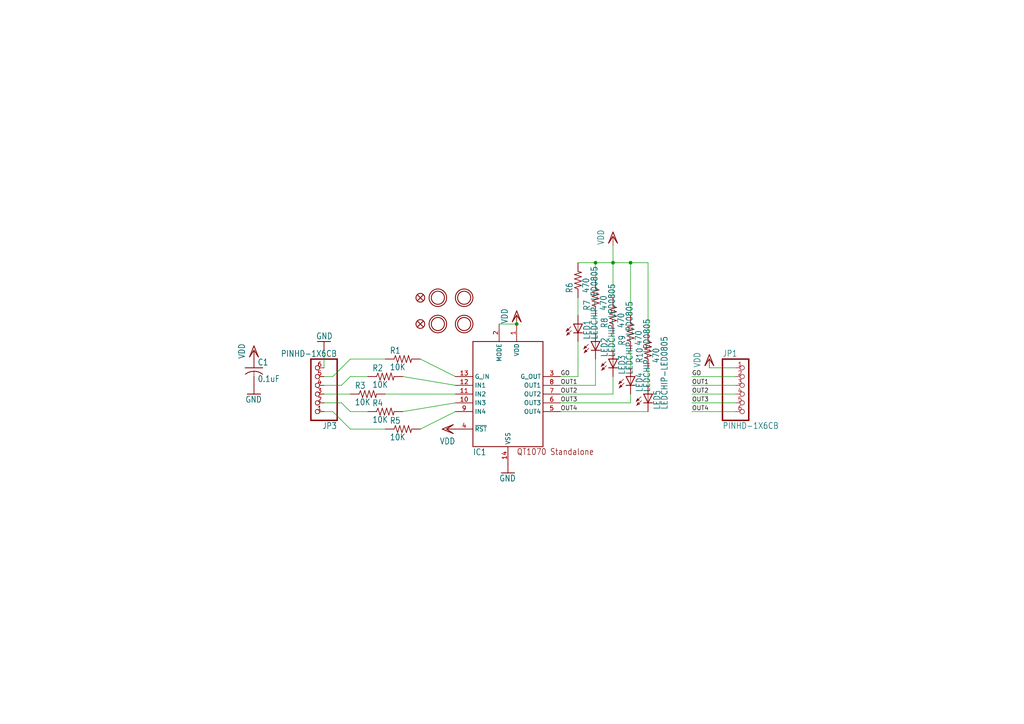
<source format=kicad_sch>
(kicad_sch (version 20211123) (generator eeschema)
  (paper "A4")
  (lib_symbols
    (symbol "schematicEagle-eagle-import:AT42QT1070-SSU"
      (property "Reference" "IC" (at -10.16 -17.78 0))
      (symbol "AT42QT1070-SSU_1_0"
        (polyline (pts (xy -10.16 -15.24) (xy -10.16 15.24)) (stroke (width 0.254)))
        (polyline (pts (xy -10.16 15.24) (xy 10.16 15.24)) (stroke (width 0.254)))
        (polyline (pts (xy 10.16 -15.24) (xy -10.16 -15.24)) (stroke (width 0.254)))
        (polyline (pts (xy 10.16 15.24) (xy 10.16 -15.24)) (stroke (width 0.254)))
        (text "QT1070 Standalone" (at 2.54 -17.78 0) (effects (font (size 1.778 1.5113)) (justify left bottom)))
        (pin power_in line (at 2.54 20.32 270) (length 5.08) (name "VDD") (number "1"))
        (pin input line (at -15.24 -2.54 0) (length 5.08) (name "IN3") (number "10"))
        (pin input line (at -15.24 0 0) (length 5.08) (name "IN2") (number "11"))
        (pin input line (at -15.24 2.54 0) (length 5.08) (name "IN1") (number "12"))
        (pin input line (at -15.24 5.08 0) (length 5.08) (name "G_IN") (number "13"))
        (pin power_in line (at 0 -20.32 90) (length 5.08) (name "VSS") (number "14"))
        (pin input line (at -2.54 20.32 270) (length 5.08) (name "MODE") (number "2"))
        (pin open_collector line (at 15.24 5.08 180) (length 5.08) (name "G_OUT") (number "3"))
        (pin input line (at -15.24 -10.16 0) (length 5.08) (name "~{RST}") (number "4"))
        (pin open_collector line (at 15.24 -5.08 180) (length 5.08) (name "OUT4") (number "5"))
        (pin open_collector line (at 15.24 -2.54 180) (length 5.08) (name "OUT3") (number "6"))
        (pin open_collector line (at 15.24 0 180) (length 5.08) (name "OUT2") (number "7"))
        (pin open_collector line (at 15.24 2.54 180) (length 5.08) (name "OUT1") (number "8"))
        (pin input line (at -15.24 -5.08 0) (length 5.08) (name "IN4") (number "9"))
      )
    )
    (symbol "schematicEagle-eagle-import:C-USC0805K"
      (property "Reference" "C" (at 1.016 0.635 0))
      (property "Value" "C-USC0805K" (at 1.016 -4.191 0))
      (symbol "C-USC0805K_1_0"
        (arc (start 0 -1.0161) (mid -1.302 -1.2303) (end -2.4668 -1.8504) (stroke (width 0.254)))
        (polyline (pts (xy -2.54 0) (xy 2.54 0)) (stroke (width 0.254)))
        (polyline (pts (xy 0 -1.016) (xy 0 -2.54)) (stroke (width 0.1524)))
        (arc (start 2.4892 -1.8542) (mid 1.3158 -1.2195) (end 0 -1) (stroke (width 0.254)))
        (pin passive line (at 0 2.54 270) (length 2.54) (name "1") (number "1"))
        (pin passive line (at 0 -5.08 90) (length 2.54) (name "2") (number "2"))
      )
    )
    (symbol "schematicEagle-eagle-import:FIDUCIAL{dblquote}{dblquote}"
      (symbol "FIDUCIAL{dblquote}{dblquote}_1_0"
        (polyline (pts (xy -0.762 0.762) (xy 0.762 -0.762)) (stroke (width 0.254)))
        (polyline (pts (xy 0.762 0.762) (xy -0.762 -0.762)) (stroke (width 0.254)))
        (circle (center 0 0) (radius 1.27) (stroke (width 0.254)))
      )
    )
    (symbol "schematicEagle-eagle-import:GND" (power)
      (property "Value" "GND" (at -2.54 -2.54 0))
      (symbol "GND_1_0"
        (polyline (pts (xy -1.905 0) (xy 1.905 0)) (stroke (width 0.254)))
        (pin power_in line (at 0 2.54 270) (length 2.54) (name "GND") (number "1"))
      )
    )
    (symbol "schematicEagle-eagle-import:LEDCHIP-LED0805"
      (property "Reference" "LED" (at 3.556 -4.572 90))
      (property "Value" "LEDCHIP-LED0805" (at 5.715 -4.572 90))
      (symbol "LEDCHIP-LED0805_1_0"
        (polyline (pts (xy -2.032 -0.762) (xy -3.429 -2.159)) (stroke (width 0.1524)))
        (polyline (pts (xy -1.905 -1.905) (xy -3.302 -3.302)) (stroke (width 0.1524)))
        (polyline (pts (xy 0 -2.54) (xy -1.27 -2.54)) (stroke (width 0.254)))
        (polyline (pts (xy 0 -2.54) (xy -1.27 0)) (stroke (width 0.254)))
        (polyline (pts (xy 0 0) (xy -1.27 0)) (stroke (width 0.254)))
        (polyline (pts (xy 0 0) (xy 0 -2.54)) (stroke (width 0.1524)))
        (polyline (pts (xy 1.27 -2.54) (xy 0 -2.54)) (stroke (width 0.254)))
        (polyline (pts (xy 1.27 0) (xy 0 -2.54)) (stroke (width 0.254)))
        (polyline (pts (xy 1.27 0) (xy 0 0)) (stroke (width 0.254)))
        (polyline (pts (xy -3.429 -2.159) (xy -3.048 -1.27) (xy -2.54 -1.778)) (fill (type outline)))
        (polyline (pts (xy -3.302 -3.302) (xy -2.921 -2.413) (xy -2.413 -2.921)) (fill (type outline)))
        (pin passive line (at 0 2.54 270) (length 2.54) (name "A") (number "A"))
        (pin passive line (at 0 -5.08 90) (length 2.54) (name "C") (number "C"))
      )
    )
    (symbol "schematicEagle-eagle-import:MOUNTINGHOLE2.5"
      (symbol "MOUNTINGHOLE2.5_1_0"
        (circle (center 0 0) (radius 1.905) (stroke (width 0.254)))
        (circle (center 0 0) (radius 2.54) (stroke (width 0.254)))
      )
    )
    (symbol "schematicEagle-eagle-import:PINHD-1X6CB"
      (property "Reference" "JP" (at -6.35 10.795 0))
      (property "Value" "PINHD-1X6CB" (at -6.35 -10.16 0))
      (symbol "PINHD-1X6CB_1_0"
        (polyline (pts (xy -6.35 -7.62) (xy 1.27 -7.62)) (stroke (width 0.4064)))
        (polyline (pts (xy -6.35 10.16) (xy -6.35 -7.62)) (stroke (width 0.4064)))
        (polyline (pts (xy 1.27 -7.62) (xy 1.27 10.16)) (stroke (width 0.4064)))
        (polyline (pts (xy 1.27 10.16) (xy -6.35 10.16)) (stroke (width 0.4064)))
        (pin passive inverted (at -2.54 7.62 0) (length 2.54) (name "1") (number "1"))
        (pin passive inverted (at -2.54 5.08 0) (length 2.54) (name "2") (number "2"))
        (pin passive inverted (at -2.54 2.54 0) (length 2.54) (name "3") (number "3"))
        (pin passive inverted (at -2.54 0 0) (length 2.54) (name "4") (number "4"))
        (pin passive inverted (at -2.54 -2.54 0) (length 2.54) (name "5") (number "5"))
        (pin passive inverted (at -2.54 -5.08 0) (length 2.54) (name "6") (number "6"))
      )
    )
    (symbol "schematicEagle-eagle-import:R-US_R0805"
      (property "Reference" "R" (at -3.81 1.4986 0))
      (property "Value" "R-US_R0805" (at -3.81 -3.302 0))
      (symbol "R-US_R0805_1_0"
        (polyline (pts (xy -2.54 0) (xy -2.159 1.016)) (stroke (width 0.2032)))
        (polyline (pts (xy -2.159 1.016) (xy -1.524 -1.016)) (stroke (width 0.2032)))
        (polyline (pts (xy -1.524 -1.016) (xy -0.889 1.016)) (stroke (width 0.2032)))
        (polyline (pts (xy -0.889 1.016) (xy -0.254 -1.016)) (stroke (width 0.2032)))
        (polyline (pts (xy -0.254 -1.016) (xy 0.381 1.016)) (stroke (width 0.2032)))
        (polyline (pts (xy 0.381 1.016) (xy 1.016 -1.016)) (stroke (width 0.2032)))
        (polyline (pts (xy 1.016 -1.016) (xy 1.651 1.016)) (stroke (width 0.2032)))
        (polyline (pts (xy 1.651 1.016) (xy 2.286 -1.016)) (stroke (width 0.2032)))
        (polyline (pts (xy 2.286 -1.016) (xy 2.54 0)) (stroke (width 0.2032)))
        (pin passive line (at -5.08 0 0) (length 2.54) (name "1") (number "1"))
        (pin passive line (at 5.08 0 180) (length 2.54) (name "2") (number "2"))
      )
    )
    (symbol "schematicEagle-eagle-import:VDD" (power)
      (property "Value" "VDD" (at -2.54 -2.54 90))
      (symbol "VDD_1_0"
        (polyline (pts (xy 0 0) (xy -1.27 -1.905)) (stroke (width 0.254)))
        (polyline (pts (xy 0 1.27) (xy -1.27 -1.905)) (stroke (width 0.254)))
        (polyline (pts (xy 1.27 -1.905) (xy 0 0)) (stroke (width 0.254)))
        (polyline (pts (xy 1.27 -1.905) (xy 0 1.27)) (stroke (width 0.254)))
        (pin power_in line (at 0 -2.54 90) (length 2.54) (name "VDD") (number "1"))
      )
    )
  )
  (junction (at 182.88 76.2))
  (junction (at 177.8 76.2))
  (junction (at 172.72 76.2))
  (junction (at 149.86 93.98))
  (wire (pts (xy 177.8 86.36) (xy 177.8 76.2)))
  (wire (pts (xy 182.88 91.44) (xy 182.88 76.2)))
  (wire (pts (xy 167.64 109.22) (xy 167.64 99.06)))
  (wire (pts (xy 99.06 116.84) (xy 101.6 119.38)))
  (wire (pts (xy 101.6 104.14) (xy 111.76 104.14)))
  (wire (pts (xy 177.8 114.3) (xy 177.8 109.22)))
  (wire (pts (xy 116.84 109.22) (xy 132.08 111.76)))
  (wire (pts (xy 93.98 116.84) (xy 99.06 116.84)))
  (wire (pts (xy 121.92 124.46) (xy 132.08 119.38)))
  (wire (pts (xy 177.8 96.52) (xy 177.8 101.6)))
  (wire (pts (xy 167.64 86.36) (xy 167.64 91.44)))
  (wire (pts (xy 200.66 109.22) (xy 213.36 109.22)))
  (wire (pts (xy 172.72 91.44) (xy 172.72 96.52)))
  (wire (pts (xy 93.98 114.3) (xy 101.6 114.3)))
  (wire (pts (xy 177.8 71.12) (xy 177.8 76.2)))
  (wire (pts (xy 99.06 111.76) (xy 101.6 109.22)))
  (wire (pts (xy 187.96 76.2) (xy 187.96 96.52)))
  (wire (pts (xy 213.36 119.38) (xy 200.66 119.38)))
  (wire (pts (xy 101.6 109.22) (xy 106.68 109.22)))
  (wire (pts (xy 205.74 106.68) (xy 213.36 106.68)))
  (wire (pts (xy 144.78 93.98) (xy 149.86 93.98)))
  (wire (pts (xy 93.98 101.6) (xy 93.98 106.68)))
  (wire (pts (xy 182.88 101.6) (xy 182.88 106.68)))
  (wire (pts (xy 162.56 109.22) (xy 167.64 109.22)))
  (wire (pts (xy 101.6 124.46) (xy 111.76 124.46)))
  (wire (pts (xy 93.98 119.38) (xy 96.52 119.38)))
  (wire (pts (xy 162.56 119.38) (xy 187.96 119.38)))
  (wire (pts (xy 167.64 76.2) (xy 172.72 76.2)))
  (wire (pts (xy 96.52 119.38) (xy 101.6 124.46)))
  (wire (pts (xy 111.76 114.3) (xy 132.08 114.3)))
  (wire (pts (xy 96.52 109.22) (xy 101.6 104.14)))
  (wire (pts (xy 162.56 114.3) (xy 177.8 114.3)))
  (wire (pts (xy 213.36 111.76) (xy 200.66 111.76)))
  (wire (pts (xy 182.88 116.84) (xy 182.88 114.3)))
  (wire (pts (xy 121.92 104.14) (xy 132.08 109.22)))
  (wire (pts (xy 213.36 114.3) (xy 200.66 114.3)))
  (wire (pts (xy 172.72 81.28) (xy 172.72 76.2)))
  (wire (pts (xy 172.72 76.2) (xy 177.8 76.2)))
  (wire (pts (xy 93.98 109.22) (xy 96.52 109.22)))
  (wire (pts (xy 93.98 111.76) (xy 99.06 111.76)))
  (wire (pts (xy 172.72 111.76) (xy 172.72 104.14)))
  (wire (pts (xy 213.36 116.84) (xy 200.66 116.84)))
  (wire (pts (xy 187.96 106.68) (xy 187.96 111.76)))
  (wire (pts (xy 162.56 111.76) (xy 172.72 111.76)))
  (wire (pts (xy 177.8 76.2) (xy 182.88 76.2)))
  (wire (pts (xy 162.56 116.84) (xy 182.88 116.84)))
  (wire (pts (xy 101.6 119.38) (xy 106.68 119.38)))
  (wire (pts (xy 182.88 76.2) (xy 187.96 76.2)))
  (wire (pts (xy 116.84 119.38) (xy 132.08 116.84)))
  (label "OUT1" (at 200.66 111.76 0) (effects (font (size 1.2446 1.2446))))
  (label "OUT4" (at 162.56 119.38 0) (effects (font (size 1.2446 1.2446))))
  (label "OUT2" (at 200.66 114.3 0) (effects (font (size 1.2446 1.2446))))
  (label "OUT4" (at 200.66 119.38 0) (effects (font (size 1.2446 1.2446))))
  (label "OUT2" (at 162.56 114.3 0) (effects (font (size 1.2446 1.2446))))
  (label "OUT3" (at 162.56 116.84 0) (effects (font (size 1.2446 1.2446))))
  (label "OUT3" (at 200.66 116.84 0) (effects (font (size 1.2446 1.2446))))
  (label "GO" (at 162.56 109.22 0) (effects (font (size 1.2446 1.2446))))
  (label "GO" (at 200.66 109.22 0) (effects (font (size 1.2446 1.2446))))
  (label "OUT1" (at 162.56 111.76 0) (effects (font (size 1.2446 1.2446))))
  (symbol (lib_id "schematicEagle-eagle-import:PINHD-1X6CB") (at 91.44 111.76 180) (unit 1)
    (property "Reference" "JP3" (at 97.79 122.555 0) (effects (font (size 1.778 1.5113)) (justify left bottom)))
    (property "Value" "PINHD-1X6CB" (at 97.79 101.6 0) (effects (font (size 1.778 1.5113)) (justify left bottom)))
    (property "Footprint" "schematicEagle:1X06-CLEANBIG" (effects hide))
  )
  (symbol (lib_id "schematicEagle-eagle-import:R-US_R0805") (at 172.72 86.36 90) (unit 1)
    (property "Reference" "R7" (at 171.2214 90.17 0) (effects (font (size 1.778 1.5113)) (justify left bottom)))
    (property "Value" "470" (at 176.022 90.17 0) (effects (font (size 1.778 1.5113)) (justify left bottom)))
    (property "Footprint" "schematicEagle:R0805" (effects hide))
  )
  (symbol (lib_id "schematicEagle-eagle-import:GND") (at 73.66 114.3 0) (unit 1)
    (property "Reference" "#GND3" (effects hide))
    (property "Value" "GND" (at 71.12 116.84 0) (effects (font (size 1.778 1.5113)) (justify left bottom)))
    (property "Footprint" "schematicEagle:" (effects hide))
  )
  (symbol (lib_id "schematicEagle-eagle-import:VDD") (at 177.8 68.58 0) (unit 1)
    (property "Reference" "#VDD2" (effects hide))
    (property "Value" "VDD" (at 175.26 71.12 90) (effects (font (size 1.778 1.5113)) (justify left bottom)))
    (property "Footprint" "schematicEagle:" (effects hide))
  )
  (symbol (lib_id "schematicEagle-eagle-import:MOUNTINGHOLE2.5") (at 127 93.98 0) (unit 1)
    (property "Reference" "U$4" (effects hide))
    (property "Value" "MOUNTINGHOLE2.5" (effects hide))
    (property "Footprint" "schematicEagle:MOUNTINGHOLE_2.5_PLATED" (effects hide))
  )
  (symbol (lib_id "schematicEagle-eagle-import:AT42QT1070-SSU") (at 147.32 114.3 0) (unit 1)
    (property "Reference" "IC1" (at 137.16 132.08 0) (effects (font (size 1.778 1.5113)) (justify left bottom)))
    (property "Value" "AT42QT1070-SSU" (effects hide))
    (property "Footprint" "schematicEagle:SO14" (effects hide))
  )
  (symbol (lib_id "schematicEagle-eagle-import:GND") (at 93.98 99.06 180) (unit 1)
    (property "Reference" "#GND2" (effects hide))
    (property "Value" "GND" (at 96.52 96.52 0) (effects (font (size 1.778 1.5113)) (justify left bottom)))
    (property "Footprint" "schematicEagle:" (effects hide))
  )
  (symbol (lib_id "schematicEagle-eagle-import:LEDCHIP-LED0805") (at 187.96 114.3 0) (unit 1)
    (property "Reference" "LED5" (at 191.516 118.872 90) (effects (font (size 1.778 1.5113)) (justify left bottom)))
    (property "Value" "LEDCHIP-LED0805" (at 193.675 118.872 90) (effects (font (size 1.778 1.5113)) (justify left bottom)))
    (property "Footprint" "schematicEagle:CHIP-LED0805" (effects hide))
  )
  (symbol (lib_id "schematicEagle-eagle-import:R-US_R0805") (at 187.96 101.6 90) (unit 1)
    (property "Reference" "R10" (at 186.4614 105.41 0) (effects (font (size 1.778 1.5113)) (justify left bottom)))
    (property "Value" "470" (at 191.262 105.41 0) (effects (font (size 1.778 1.5113)) (justify left bottom)))
    (property "Footprint" "schematicEagle:R0805" (effects hide))
  )
  (symbol (lib_id "schematicEagle-eagle-import:LEDCHIP-LED0805") (at 172.72 99.06 0) (unit 1)
    (property "Reference" "LED2" (at 176.276 103.632 90) (effects (font (size 1.778 1.5113)) (justify left bottom)))
    (property "Value" "LEDCHIP-LED0805" (at 178.435 103.632 90) (effects (font (size 1.778 1.5113)) (justify left bottom)))
    (property "Footprint" "schematicEagle:CHIP-LED0805" (effects hide))
  )
  (symbol (lib_id "schematicEagle-eagle-import:R-US_R0805") (at 106.68 114.3 0) (unit 1)
    (property "Reference" "R3" (at 102.87 112.8014 0) (effects (font (size 1.778 1.5113)) (justify left bottom)))
    (property "Value" "10K" (at 102.87 117.602 0) (effects (font (size 1.778 1.5113)) (justify left bottom)))
    (property "Footprint" "schematicEagle:R0805" (effects hide))
  )
  (symbol (lib_id "schematicEagle-eagle-import:VDD") (at 149.86 91.44 0) (unit 1)
    (property "Reference" "#VDD1" (effects hide))
    (property "Value" "VDD" (at 147.32 93.98 90) (effects (font (size 1.778 1.5113)) (justify left bottom)))
    (property "Footprint" "schematicEagle:" (effects hide))
  )
  (symbol (lib_id "schematicEagle-eagle-import:FIDUCIAL{dblquote}{dblquote}") (at 121.92 86.36 0) (unit 1)
    (property "Reference" "FID2" (effects hide))
    (property "Value" "FIDUCIAL{dblquote}{dblquote}" (effects hide))
    (property "Footprint" "schematicEagle:FIDUCIAL_1MM" (effects hide))
  )
  (symbol (lib_id "schematicEagle-eagle-import:LEDCHIP-LED0805") (at 182.88 109.22 0) (unit 1)
    (property "Reference" "LED4" (at 186.436 113.792 90) (effects (font (size 1.778 1.5113)) (justify left bottom)))
    (property "Value" "LEDCHIP-LED0805" (at 188.595 113.792 90) (effects (font (size 1.778 1.5113)) (justify left bottom)))
    (property "Footprint" "schematicEagle:CHIP-LED0805" (effects hide))
  )
  (symbol (lib_id "schematicEagle-eagle-import:R-US_R0805") (at 182.88 96.52 90) (unit 1)
    (property "Reference" "R9" (at 181.3814 100.33 0) (effects (font (size 1.778 1.5113)) (justify left bottom)))
    (property "Value" "470" (at 186.182 100.33 0) (effects (font (size 1.778 1.5113)) (justify left bottom)))
    (property "Footprint" "schematicEagle:R0805" (effects hide))
  )
  (symbol (lib_id "schematicEagle-eagle-import:LEDCHIP-LED0805") (at 167.64 93.98 0) (unit 1)
    (property "Reference" "LED1" (at 171.196 98.552 90) (effects (font (size 1.778 1.5113)) (justify left bottom)))
    (property "Value" "LEDCHIP-LED0805" (at 173.355 98.552 90) (effects (font (size 1.778 1.5113)) (justify left bottom)))
    (property "Footprint" "schematicEagle:CHIP-LED0805" (effects hide))
  )
  (symbol (lib_id "schematicEagle-eagle-import:R-US_R0805") (at 116.84 104.14 0) (unit 1)
    (property "Reference" "R1" (at 113.03 102.6414 0) (effects (font (size 1.778 1.5113)) (justify left bottom)))
    (property "Value" "10K" (at 113.03 107.442 0) (effects (font (size 1.778 1.5113)) (justify left bottom)))
    (property "Footprint" "schematicEagle:R0805" (effects hide))
  )
  (symbol (lib_id "schematicEagle-eagle-import:MOUNTINGHOLE2.5") (at 134.62 86.36 0) (unit 1)
    (property "Reference" "U$2" (effects hide))
    (property "Value" "MOUNTINGHOLE2.5" (effects hide))
    (property "Footprint" "schematicEagle:MOUNTINGHOLE_2.5_PLATED" (effects hide))
  )
  (symbol (lib_id "schematicEagle-eagle-import:MOUNTINGHOLE2.5") (at 134.62 93.98 0) (unit 1)
    (property "Reference" "U$3" (effects hide))
    (property "Value" "MOUNTINGHOLE2.5" (effects hide))
    (property "Footprint" "schematicEagle:MOUNTINGHOLE_2.5_PLATED" (effects hide))
  )
  (symbol (lib_id "schematicEagle-eagle-import:R-US_R0805") (at 111.76 109.22 0) (unit 1)
    (property "Reference" "R2" (at 107.95 107.7214 0) (effects (font (size 1.778 1.5113)) (justify left bottom)))
    (property "Value" "10K" (at 107.95 112.522 0) (effects (font (size 1.778 1.5113)) (justify left bottom)))
    (property "Footprint" "schematicEagle:R0805" (effects hide))
  )
  (symbol (lib_id "schematicEagle-eagle-import:R-US_R0805") (at 111.76 119.38 0) (unit 1)
    (property "Reference" "R4" (at 107.95 117.8814 0) (effects (font (size 1.778 1.5113)) (justify left bottom)))
    (property "Value" "10K" (at 107.95 122.682 0) (effects (font (size 1.778 1.5113)) (justify left bottom)))
    (property "Footprint" "schematicEagle:R0805" (effects hide))
  )
  (symbol (lib_id "schematicEagle-eagle-import:C-USC0805K") (at 73.66 106.68 0) (unit 1)
    (property "Reference" "C1" (at 74.676 106.045 0) (effects (font (size 1.778 1.5113)) (justify left bottom)))
    (property "Value" "0.1uF" (at 74.676 110.871 0) (effects (font (size 1.778 1.5113)) (justify left bottom)))
    (property "Footprint" "schematicEagle:C0805K" (effects hide))
  )
  (symbol (lib_id "schematicEagle-eagle-import:LEDCHIP-LED0805") (at 177.8 104.14 0) (unit 1)
    (property "Reference" "LED3" (at 181.356 108.712 90) (effects (font (size 1.778 1.5113)) (justify left bottom)))
    (property "Value" "LEDCHIP-LED0805" (at 183.515 108.712 90) (effects (font (size 1.778 1.5113)) (justify left bottom)))
    (property "Footprint" "schematicEagle:CHIP-LED0805" (effects hide))
  )
  (symbol (lib_id "schematicEagle-eagle-import:MOUNTINGHOLE2.5") (at 127 86.36 0) (unit 1)
    (property "Reference" "U$1" (effects hide))
    (property "Value" "MOUNTINGHOLE2.5" (effects hide))
    (property "Footprint" "schematicEagle:MOUNTINGHOLE_2.5_PLATED" (effects hide))
  )
  (symbol (lib_id "schematicEagle-eagle-import:VDD") (at 129.54 124.46 90) (unit 1)
    (property "Reference" "#VDD3" (effects hide))
    (property "Value" "VDD" (at 132.08 127 90) (effects (font (size 1.778 1.5113)) (justify left bottom)))
    (property "Footprint" "schematicEagle:" (effects hide))
  )
  (symbol (lib_id "schematicEagle-eagle-import:PINHD-1X6CB") (at 215.9 114.3 0) (unit 1)
    (property "Reference" "JP1" (at 209.55 103.505 0) (effects (font (size 1.778 1.5113)) (justify left bottom)))
    (property "Value" "PINHD-1X6CB" (at 209.55 124.46 0) (effects (font (size 1.778 1.5113)) (justify left bottom)))
    (property "Footprint" "schematicEagle:1X06-CLEANBIG" (effects hide))
  )
  (symbol (lib_id "schematicEagle-eagle-import:VDD") (at 205.74 104.14 0) (unit 1)
    (property "Reference" "#VDD4" (effects hide))
    (property "Value" "VDD" (at 203.2 106.68 90) (effects (font (size 1.778 1.5113)) (justify left bottom)))
    (property "Footprint" "schematicEagle:" (effects hide))
  )
  (symbol (lib_id "schematicEagle-eagle-import:GND") (at 147.32 137.16 0) (unit 1)
    (property "Reference" "#GND1" (effects hide))
    (property "Value" "GND" (at 144.78 139.7 0) (effects (font (size 1.778 1.5113)) (justify left bottom)))
    (property "Footprint" "schematicEagle:" (effects hide))
  )
  (symbol (lib_id "schematicEagle-eagle-import:R-US_R0805") (at 177.8 91.44 90) (unit 1)
    (property "Reference" "R8" (at 176.3014 95.25 0) (effects (font (size 1.778 1.5113)) (justify left bottom)))
    (property "Value" "470" (at 181.102 95.25 0) (effects (font (size 1.778 1.5113)) (justify left bottom)))
    (property "Footprint" "schematicEagle:R0805" (effects hide))
  )
  (symbol (lib_id "schematicEagle-eagle-import:VDD") (at 73.66 101.6 0) (unit 1)
    (property "Reference" "#VDD5" (effects hide))
    (property "Value" "VDD" (at 71.12 104.14 90) (effects (font (size 1.778 1.5113)) (justify left bottom)))
    (property "Footprint" "schematicEagle:" (effects hide))
  )
  (symbol (lib_id "schematicEagle-eagle-import:R-US_R0805") (at 167.64 81.28 90) (unit 1)
    (property "Reference" "R6" (at 166.1414 85.09 0) (effects (font (size 1.778 1.5113)) (justify left bottom)))
    (property "Value" "470" (at 170.942 85.09 0) (effects (font (size 1.778 1.5113)) (justify left bottom)))
    (property "Footprint" "schematicEagle:R0805" (effects hide))
  )
  (symbol (lib_id "schematicEagle-eagle-import:FIDUCIAL{dblquote}{dblquote}") (at 121.92 93.98 0) (unit 1)
    (property "Reference" "FID1" (effects hide))
    (property "Value" "FIDUCIAL{dblquote}{dblquote}" (effects hide))
    (property "Footprint" "schematicEagle:FIDUCIAL_1MM" (effects hide))
  )
  (symbol (lib_id "schematicEagle-eagle-import:R-US_R0805") (at 116.84 124.46 0) (unit 1)
    (property "Reference" "R5" (at 113.03 122.9614 0) (effects (font (size 1.778 1.5113)) (justify left bottom)))
    (property "Value" "10K" (at 113.03 127.762 0) (effects (font (size 1.778 1.5113)) (justify left bottom)))
    (property "Footprint" "schematicEagle:R0805" (effects hide))
  )
)
</source>
